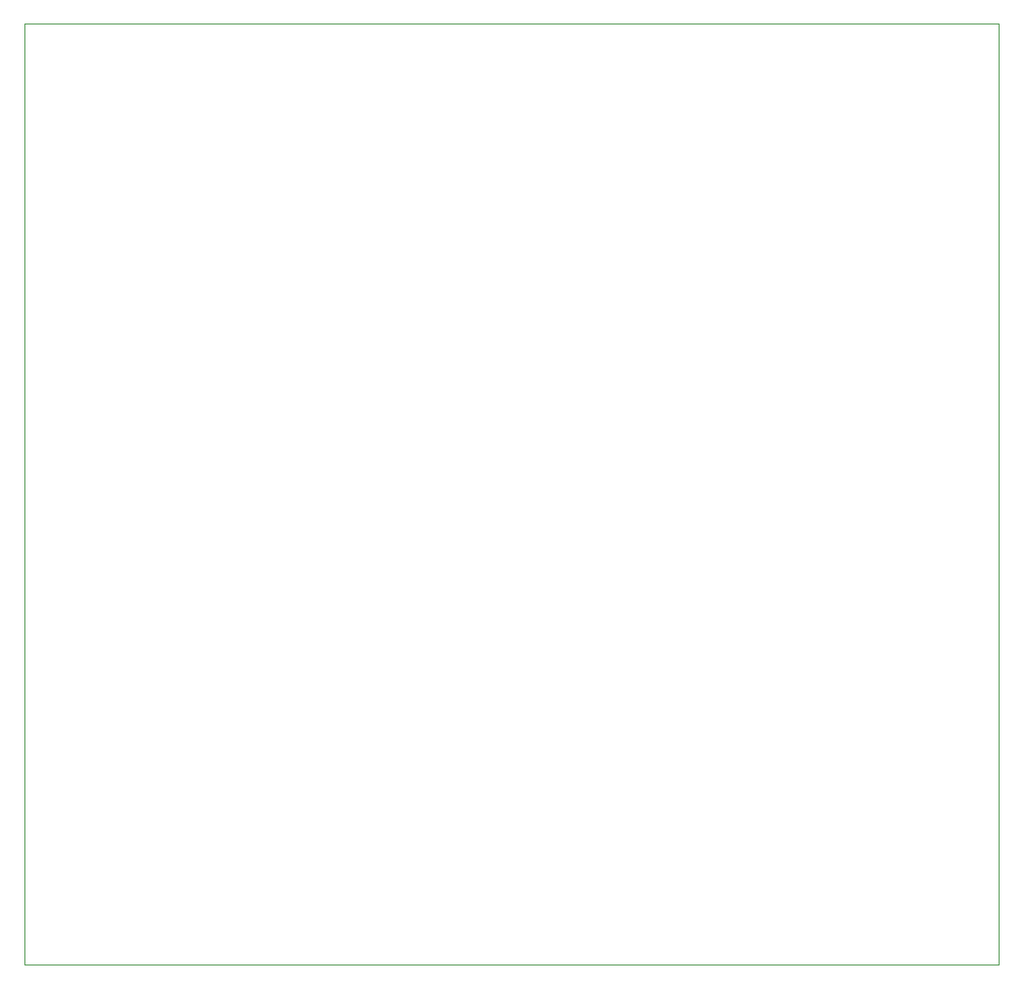
<source format=gbr>
%TF.GenerationSoftware,KiCad,Pcbnew,6.0.4-1.fc35*%
%TF.CreationDate,2022-04-10T20:29:39+01:00*%
%TF.ProjectId,DevBoard,44657642-6f61-4726-942e-6b696361645f,rev?*%
%TF.SameCoordinates,Original*%
%TF.FileFunction,Profile,NP*%
%FSLAX46Y46*%
G04 Gerber Fmt 4.6, Leading zero omitted, Abs format (unit mm)*
G04 Created by KiCad (PCBNEW 6.0.4-1.fc35) date 2022-04-10 20:29:39*
%MOMM*%
%LPD*%
G01*
G04 APERTURE LIST*
%TA.AperFunction,Profile*%
%ADD10C,0.100000*%
%TD*%
G04 APERTURE END LIST*
D10*
X137500000Y-61000000D02*
X228500000Y-61000000D01*
X228500000Y-61000000D02*
X228500000Y-149000000D01*
X228500000Y-149000000D02*
X137500000Y-149000000D01*
X137500000Y-149000000D02*
X137500000Y-61000000D01*
M02*

</source>
